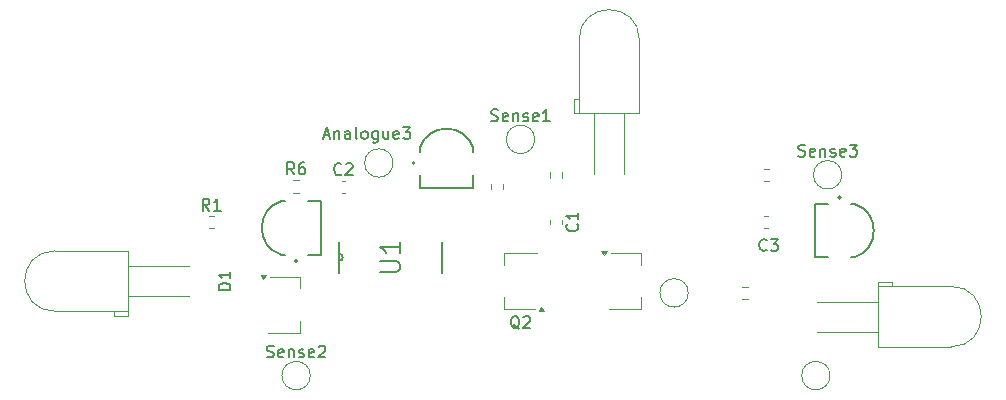
<source format=gbr>
%TF.GenerationSoftware,KiCad,Pcbnew,8.0.1*%
%TF.CreationDate,2024-03-24T23:20:45+02:00*%
%TF.ProjectId,_autosave-_autosave-Assignment 2,5f617574-6f73-4617-9665-2d5f6175746f,rev?*%
%TF.SameCoordinates,Original*%
%TF.FileFunction,Legend,Top*%
%TF.FilePolarity,Positive*%
%FSLAX46Y46*%
G04 Gerber Fmt 4.6, Leading zero omitted, Abs format (unit mm)*
G04 Created by KiCad (PCBNEW 8.0.1) date 2024-03-24 23:20:45*
%MOMM*%
%LPD*%
G01*
G04 APERTURE LIST*
%ADD10C,0.150000*%
%ADD11C,0.127000*%
%ADD12C,0.200000*%
%ADD13C,0.120000*%
%ADD14C,0.152400*%
G04 APERTURE END LIST*
D10*
X120523809Y-124409200D02*
X120666666Y-124456819D01*
X120666666Y-124456819D02*
X120904761Y-124456819D01*
X120904761Y-124456819D02*
X120999999Y-124409200D01*
X120999999Y-124409200D02*
X121047618Y-124361580D01*
X121047618Y-124361580D02*
X121095237Y-124266342D01*
X121095237Y-124266342D02*
X121095237Y-124171104D01*
X121095237Y-124171104D02*
X121047618Y-124075866D01*
X121047618Y-124075866D02*
X120999999Y-124028247D01*
X120999999Y-124028247D02*
X120904761Y-123980628D01*
X120904761Y-123980628D02*
X120714285Y-123933009D01*
X120714285Y-123933009D02*
X120619047Y-123885390D01*
X120619047Y-123885390D02*
X120571428Y-123837771D01*
X120571428Y-123837771D02*
X120523809Y-123742533D01*
X120523809Y-123742533D02*
X120523809Y-123647295D01*
X120523809Y-123647295D02*
X120571428Y-123552057D01*
X120571428Y-123552057D02*
X120619047Y-123504438D01*
X120619047Y-123504438D02*
X120714285Y-123456819D01*
X120714285Y-123456819D02*
X120952380Y-123456819D01*
X120952380Y-123456819D02*
X121095237Y-123504438D01*
X121904761Y-124409200D02*
X121809523Y-124456819D01*
X121809523Y-124456819D02*
X121619047Y-124456819D01*
X121619047Y-124456819D02*
X121523809Y-124409200D01*
X121523809Y-124409200D02*
X121476190Y-124313961D01*
X121476190Y-124313961D02*
X121476190Y-123933009D01*
X121476190Y-123933009D02*
X121523809Y-123837771D01*
X121523809Y-123837771D02*
X121619047Y-123790152D01*
X121619047Y-123790152D02*
X121809523Y-123790152D01*
X121809523Y-123790152D02*
X121904761Y-123837771D01*
X121904761Y-123837771D02*
X121952380Y-123933009D01*
X121952380Y-123933009D02*
X121952380Y-124028247D01*
X121952380Y-124028247D02*
X121476190Y-124123485D01*
X122380952Y-123790152D02*
X122380952Y-124456819D01*
X122380952Y-123885390D02*
X122428571Y-123837771D01*
X122428571Y-123837771D02*
X122523809Y-123790152D01*
X122523809Y-123790152D02*
X122666666Y-123790152D01*
X122666666Y-123790152D02*
X122761904Y-123837771D01*
X122761904Y-123837771D02*
X122809523Y-123933009D01*
X122809523Y-123933009D02*
X122809523Y-124456819D01*
X123238095Y-124409200D02*
X123333333Y-124456819D01*
X123333333Y-124456819D02*
X123523809Y-124456819D01*
X123523809Y-124456819D02*
X123619047Y-124409200D01*
X123619047Y-124409200D02*
X123666666Y-124313961D01*
X123666666Y-124313961D02*
X123666666Y-124266342D01*
X123666666Y-124266342D02*
X123619047Y-124171104D01*
X123619047Y-124171104D02*
X123523809Y-124123485D01*
X123523809Y-124123485D02*
X123380952Y-124123485D01*
X123380952Y-124123485D02*
X123285714Y-124075866D01*
X123285714Y-124075866D02*
X123238095Y-123980628D01*
X123238095Y-123980628D02*
X123238095Y-123933009D01*
X123238095Y-123933009D02*
X123285714Y-123837771D01*
X123285714Y-123837771D02*
X123380952Y-123790152D01*
X123380952Y-123790152D02*
X123523809Y-123790152D01*
X123523809Y-123790152D02*
X123619047Y-123837771D01*
X124476190Y-124409200D02*
X124380952Y-124456819D01*
X124380952Y-124456819D02*
X124190476Y-124456819D01*
X124190476Y-124456819D02*
X124095238Y-124409200D01*
X124095238Y-124409200D02*
X124047619Y-124313961D01*
X124047619Y-124313961D02*
X124047619Y-123933009D01*
X124047619Y-123933009D02*
X124095238Y-123837771D01*
X124095238Y-123837771D02*
X124190476Y-123790152D01*
X124190476Y-123790152D02*
X124380952Y-123790152D01*
X124380952Y-123790152D02*
X124476190Y-123837771D01*
X124476190Y-123837771D02*
X124523809Y-123933009D01*
X124523809Y-123933009D02*
X124523809Y-124028247D01*
X124523809Y-124028247D02*
X124047619Y-124123485D01*
X124904762Y-123552057D02*
X124952381Y-123504438D01*
X124952381Y-123504438D02*
X125047619Y-123456819D01*
X125047619Y-123456819D02*
X125285714Y-123456819D01*
X125285714Y-123456819D02*
X125380952Y-123504438D01*
X125380952Y-123504438D02*
X125428571Y-123552057D01*
X125428571Y-123552057D02*
X125476190Y-123647295D01*
X125476190Y-123647295D02*
X125476190Y-123742533D01*
X125476190Y-123742533D02*
X125428571Y-123885390D01*
X125428571Y-123885390D02*
X124857143Y-124456819D01*
X124857143Y-124456819D02*
X125476190Y-124456819D01*
X126833333Y-108929580D02*
X126785714Y-108977200D01*
X126785714Y-108977200D02*
X126642857Y-109024819D01*
X126642857Y-109024819D02*
X126547619Y-109024819D01*
X126547619Y-109024819D02*
X126404762Y-108977200D01*
X126404762Y-108977200D02*
X126309524Y-108881961D01*
X126309524Y-108881961D02*
X126261905Y-108786723D01*
X126261905Y-108786723D02*
X126214286Y-108596247D01*
X126214286Y-108596247D02*
X126214286Y-108453390D01*
X126214286Y-108453390D02*
X126261905Y-108262914D01*
X126261905Y-108262914D02*
X126309524Y-108167676D01*
X126309524Y-108167676D02*
X126404762Y-108072438D01*
X126404762Y-108072438D02*
X126547619Y-108024819D01*
X126547619Y-108024819D02*
X126642857Y-108024819D01*
X126642857Y-108024819D02*
X126785714Y-108072438D01*
X126785714Y-108072438D02*
X126833333Y-108120057D01*
X127214286Y-108120057D02*
X127261905Y-108072438D01*
X127261905Y-108072438D02*
X127357143Y-108024819D01*
X127357143Y-108024819D02*
X127595238Y-108024819D01*
X127595238Y-108024819D02*
X127690476Y-108072438D01*
X127690476Y-108072438D02*
X127738095Y-108120057D01*
X127738095Y-108120057D02*
X127785714Y-108215295D01*
X127785714Y-108215295D02*
X127785714Y-108310533D01*
X127785714Y-108310533D02*
X127738095Y-108453390D01*
X127738095Y-108453390D02*
X127166667Y-109024819D01*
X127166667Y-109024819D02*
X127785714Y-109024819D01*
X139523809Y-104409200D02*
X139666666Y-104456819D01*
X139666666Y-104456819D02*
X139904761Y-104456819D01*
X139904761Y-104456819D02*
X139999999Y-104409200D01*
X139999999Y-104409200D02*
X140047618Y-104361580D01*
X140047618Y-104361580D02*
X140095237Y-104266342D01*
X140095237Y-104266342D02*
X140095237Y-104171104D01*
X140095237Y-104171104D02*
X140047618Y-104075866D01*
X140047618Y-104075866D02*
X139999999Y-104028247D01*
X139999999Y-104028247D02*
X139904761Y-103980628D01*
X139904761Y-103980628D02*
X139714285Y-103933009D01*
X139714285Y-103933009D02*
X139619047Y-103885390D01*
X139619047Y-103885390D02*
X139571428Y-103837771D01*
X139571428Y-103837771D02*
X139523809Y-103742533D01*
X139523809Y-103742533D02*
X139523809Y-103647295D01*
X139523809Y-103647295D02*
X139571428Y-103552057D01*
X139571428Y-103552057D02*
X139619047Y-103504438D01*
X139619047Y-103504438D02*
X139714285Y-103456819D01*
X139714285Y-103456819D02*
X139952380Y-103456819D01*
X139952380Y-103456819D02*
X140095237Y-103504438D01*
X140904761Y-104409200D02*
X140809523Y-104456819D01*
X140809523Y-104456819D02*
X140619047Y-104456819D01*
X140619047Y-104456819D02*
X140523809Y-104409200D01*
X140523809Y-104409200D02*
X140476190Y-104313961D01*
X140476190Y-104313961D02*
X140476190Y-103933009D01*
X140476190Y-103933009D02*
X140523809Y-103837771D01*
X140523809Y-103837771D02*
X140619047Y-103790152D01*
X140619047Y-103790152D02*
X140809523Y-103790152D01*
X140809523Y-103790152D02*
X140904761Y-103837771D01*
X140904761Y-103837771D02*
X140952380Y-103933009D01*
X140952380Y-103933009D02*
X140952380Y-104028247D01*
X140952380Y-104028247D02*
X140476190Y-104123485D01*
X141380952Y-103790152D02*
X141380952Y-104456819D01*
X141380952Y-103885390D02*
X141428571Y-103837771D01*
X141428571Y-103837771D02*
X141523809Y-103790152D01*
X141523809Y-103790152D02*
X141666666Y-103790152D01*
X141666666Y-103790152D02*
X141761904Y-103837771D01*
X141761904Y-103837771D02*
X141809523Y-103933009D01*
X141809523Y-103933009D02*
X141809523Y-104456819D01*
X142238095Y-104409200D02*
X142333333Y-104456819D01*
X142333333Y-104456819D02*
X142523809Y-104456819D01*
X142523809Y-104456819D02*
X142619047Y-104409200D01*
X142619047Y-104409200D02*
X142666666Y-104313961D01*
X142666666Y-104313961D02*
X142666666Y-104266342D01*
X142666666Y-104266342D02*
X142619047Y-104171104D01*
X142619047Y-104171104D02*
X142523809Y-104123485D01*
X142523809Y-104123485D02*
X142380952Y-104123485D01*
X142380952Y-104123485D02*
X142285714Y-104075866D01*
X142285714Y-104075866D02*
X142238095Y-103980628D01*
X142238095Y-103980628D02*
X142238095Y-103933009D01*
X142238095Y-103933009D02*
X142285714Y-103837771D01*
X142285714Y-103837771D02*
X142380952Y-103790152D01*
X142380952Y-103790152D02*
X142523809Y-103790152D01*
X142523809Y-103790152D02*
X142619047Y-103837771D01*
X143476190Y-104409200D02*
X143380952Y-104456819D01*
X143380952Y-104456819D02*
X143190476Y-104456819D01*
X143190476Y-104456819D02*
X143095238Y-104409200D01*
X143095238Y-104409200D02*
X143047619Y-104313961D01*
X143047619Y-104313961D02*
X143047619Y-103933009D01*
X143047619Y-103933009D02*
X143095238Y-103837771D01*
X143095238Y-103837771D02*
X143190476Y-103790152D01*
X143190476Y-103790152D02*
X143380952Y-103790152D01*
X143380952Y-103790152D02*
X143476190Y-103837771D01*
X143476190Y-103837771D02*
X143523809Y-103933009D01*
X143523809Y-103933009D02*
X143523809Y-104028247D01*
X143523809Y-104028247D02*
X143047619Y-104123485D01*
X144476190Y-104456819D02*
X143904762Y-104456819D01*
X144190476Y-104456819D02*
X144190476Y-103456819D01*
X144190476Y-103456819D02*
X144095238Y-103599676D01*
X144095238Y-103599676D02*
X144000000Y-103694914D01*
X144000000Y-103694914D02*
X143904762Y-103742533D01*
X117439819Y-118733094D02*
X116439819Y-118733094D01*
X116439819Y-118733094D02*
X116439819Y-118494999D01*
X116439819Y-118494999D02*
X116487438Y-118352142D01*
X116487438Y-118352142D02*
X116582676Y-118256904D01*
X116582676Y-118256904D02*
X116677914Y-118209285D01*
X116677914Y-118209285D02*
X116868390Y-118161666D01*
X116868390Y-118161666D02*
X117011247Y-118161666D01*
X117011247Y-118161666D02*
X117201723Y-118209285D01*
X117201723Y-118209285D02*
X117296961Y-118256904D01*
X117296961Y-118256904D02*
X117392200Y-118352142D01*
X117392200Y-118352142D02*
X117439819Y-118494999D01*
X117439819Y-118494999D02*
X117439819Y-118733094D01*
X117439819Y-117209285D02*
X117439819Y-117780713D01*
X117439819Y-117494999D02*
X116439819Y-117494999D01*
X116439819Y-117494999D02*
X116582676Y-117590237D01*
X116582676Y-117590237D02*
X116677914Y-117685475D01*
X116677914Y-117685475D02*
X116725533Y-117780713D01*
X165523809Y-107409200D02*
X165666666Y-107456819D01*
X165666666Y-107456819D02*
X165904761Y-107456819D01*
X165904761Y-107456819D02*
X165999999Y-107409200D01*
X165999999Y-107409200D02*
X166047618Y-107361580D01*
X166047618Y-107361580D02*
X166095237Y-107266342D01*
X166095237Y-107266342D02*
X166095237Y-107171104D01*
X166095237Y-107171104D02*
X166047618Y-107075866D01*
X166047618Y-107075866D02*
X165999999Y-107028247D01*
X165999999Y-107028247D02*
X165904761Y-106980628D01*
X165904761Y-106980628D02*
X165714285Y-106933009D01*
X165714285Y-106933009D02*
X165619047Y-106885390D01*
X165619047Y-106885390D02*
X165571428Y-106837771D01*
X165571428Y-106837771D02*
X165523809Y-106742533D01*
X165523809Y-106742533D02*
X165523809Y-106647295D01*
X165523809Y-106647295D02*
X165571428Y-106552057D01*
X165571428Y-106552057D02*
X165619047Y-106504438D01*
X165619047Y-106504438D02*
X165714285Y-106456819D01*
X165714285Y-106456819D02*
X165952380Y-106456819D01*
X165952380Y-106456819D02*
X166095237Y-106504438D01*
X166904761Y-107409200D02*
X166809523Y-107456819D01*
X166809523Y-107456819D02*
X166619047Y-107456819D01*
X166619047Y-107456819D02*
X166523809Y-107409200D01*
X166523809Y-107409200D02*
X166476190Y-107313961D01*
X166476190Y-107313961D02*
X166476190Y-106933009D01*
X166476190Y-106933009D02*
X166523809Y-106837771D01*
X166523809Y-106837771D02*
X166619047Y-106790152D01*
X166619047Y-106790152D02*
X166809523Y-106790152D01*
X166809523Y-106790152D02*
X166904761Y-106837771D01*
X166904761Y-106837771D02*
X166952380Y-106933009D01*
X166952380Y-106933009D02*
X166952380Y-107028247D01*
X166952380Y-107028247D02*
X166476190Y-107123485D01*
X167380952Y-106790152D02*
X167380952Y-107456819D01*
X167380952Y-106885390D02*
X167428571Y-106837771D01*
X167428571Y-106837771D02*
X167523809Y-106790152D01*
X167523809Y-106790152D02*
X167666666Y-106790152D01*
X167666666Y-106790152D02*
X167761904Y-106837771D01*
X167761904Y-106837771D02*
X167809523Y-106933009D01*
X167809523Y-106933009D02*
X167809523Y-107456819D01*
X168238095Y-107409200D02*
X168333333Y-107456819D01*
X168333333Y-107456819D02*
X168523809Y-107456819D01*
X168523809Y-107456819D02*
X168619047Y-107409200D01*
X168619047Y-107409200D02*
X168666666Y-107313961D01*
X168666666Y-107313961D02*
X168666666Y-107266342D01*
X168666666Y-107266342D02*
X168619047Y-107171104D01*
X168619047Y-107171104D02*
X168523809Y-107123485D01*
X168523809Y-107123485D02*
X168380952Y-107123485D01*
X168380952Y-107123485D02*
X168285714Y-107075866D01*
X168285714Y-107075866D02*
X168238095Y-106980628D01*
X168238095Y-106980628D02*
X168238095Y-106933009D01*
X168238095Y-106933009D02*
X168285714Y-106837771D01*
X168285714Y-106837771D02*
X168380952Y-106790152D01*
X168380952Y-106790152D02*
X168523809Y-106790152D01*
X168523809Y-106790152D02*
X168619047Y-106837771D01*
X169476190Y-107409200D02*
X169380952Y-107456819D01*
X169380952Y-107456819D02*
X169190476Y-107456819D01*
X169190476Y-107456819D02*
X169095238Y-107409200D01*
X169095238Y-107409200D02*
X169047619Y-107313961D01*
X169047619Y-107313961D02*
X169047619Y-106933009D01*
X169047619Y-106933009D02*
X169095238Y-106837771D01*
X169095238Y-106837771D02*
X169190476Y-106790152D01*
X169190476Y-106790152D02*
X169380952Y-106790152D01*
X169380952Y-106790152D02*
X169476190Y-106837771D01*
X169476190Y-106837771D02*
X169523809Y-106933009D01*
X169523809Y-106933009D02*
X169523809Y-107028247D01*
X169523809Y-107028247D02*
X169047619Y-107123485D01*
X169857143Y-106456819D02*
X170476190Y-106456819D01*
X170476190Y-106456819D02*
X170142857Y-106837771D01*
X170142857Y-106837771D02*
X170285714Y-106837771D01*
X170285714Y-106837771D02*
X170380952Y-106885390D01*
X170380952Y-106885390D02*
X170428571Y-106933009D01*
X170428571Y-106933009D02*
X170476190Y-107028247D01*
X170476190Y-107028247D02*
X170476190Y-107266342D01*
X170476190Y-107266342D02*
X170428571Y-107361580D01*
X170428571Y-107361580D02*
X170380952Y-107409200D01*
X170380952Y-107409200D02*
X170285714Y-107456819D01*
X170285714Y-107456819D02*
X170000000Y-107456819D01*
X170000000Y-107456819D02*
X169904762Y-107409200D01*
X169904762Y-107409200D02*
X169857143Y-107361580D01*
X162833333Y-115359580D02*
X162785714Y-115407200D01*
X162785714Y-115407200D02*
X162642857Y-115454819D01*
X162642857Y-115454819D02*
X162547619Y-115454819D01*
X162547619Y-115454819D02*
X162404762Y-115407200D01*
X162404762Y-115407200D02*
X162309524Y-115311961D01*
X162309524Y-115311961D02*
X162261905Y-115216723D01*
X162261905Y-115216723D02*
X162214286Y-115026247D01*
X162214286Y-115026247D02*
X162214286Y-114883390D01*
X162214286Y-114883390D02*
X162261905Y-114692914D01*
X162261905Y-114692914D02*
X162309524Y-114597676D01*
X162309524Y-114597676D02*
X162404762Y-114502438D01*
X162404762Y-114502438D02*
X162547619Y-114454819D01*
X162547619Y-114454819D02*
X162642857Y-114454819D01*
X162642857Y-114454819D02*
X162785714Y-114502438D01*
X162785714Y-114502438D02*
X162833333Y-114550057D01*
X163166667Y-114454819D02*
X163785714Y-114454819D01*
X163785714Y-114454819D02*
X163452381Y-114835771D01*
X163452381Y-114835771D02*
X163595238Y-114835771D01*
X163595238Y-114835771D02*
X163690476Y-114883390D01*
X163690476Y-114883390D02*
X163738095Y-114931009D01*
X163738095Y-114931009D02*
X163785714Y-115026247D01*
X163785714Y-115026247D02*
X163785714Y-115264342D01*
X163785714Y-115264342D02*
X163738095Y-115359580D01*
X163738095Y-115359580D02*
X163690476Y-115407200D01*
X163690476Y-115407200D02*
X163595238Y-115454819D01*
X163595238Y-115454819D02*
X163309524Y-115454819D01*
X163309524Y-115454819D02*
X163214286Y-115407200D01*
X163214286Y-115407200D02*
X163166667Y-115359580D01*
X122833333Y-108954819D02*
X122500000Y-108478628D01*
X122261905Y-108954819D02*
X122261905Y-107954819D01*
X122261905Y-107954819D02*
X122642857Y-107954819D01*
X122642857Y-107954819D02*
X122738095Y-108002438D01*
X122738095Y-108002438D02*
X122785714Y-108050057D01*
X122785714Y-108050057D02*
X122833333Y-108145295D01*
X122833333Y-108145295D02*
X122833333Y-108288152D01*
X122833333Y-108288152D02*
X122785714Y-108383390D01*
X122785714Y-108383390D02*
X122738095Y-108431009D01*
X122738095Y-108431009D02*
X122642857Y-108478628D01*
X122642857Y-108478628D02*
X122261905Y-108478628D01*
X123690476Y-107954819D02*
X123500000Y-107954819D01*
X123500000Y-107954819D02*
X123404762Y-108002438D01*
X123404762Y-108002438D02*
X123357143Y-108050057D01*
X123357143Y-108050057D02*
X123261905Y-108192914D01*
X123261905Y-108192914D02*
X123214286Y-108383390D01*
X123214286Y-108383390D02*
X123214286Y-108764342D01*
X123214286Y-108764342D02*
X123261905Y-108859580D01*
X123261905Y-108859580D02*
X123309524Y-108907200D01*
X123309524Y-108907200D02*
X123404762Y-108954819D01*
X123404762Y-108954819D02*
X123595238Y-108954819D01*
X123595238Y-108954819D02*
X123690476Y-108907200D01*
X123690476Y-108907200D02*
X123738095Y-108859580D01*
X123738095Y-108859580D02*
X123785714Y-108764342D01*
X123785714Y-108764342D02*
X123785714Y-108526247D01*
X123785714Y-108526247D02*
X123738095Y-108431009D01*
X123738095Y-108431009D02*
X123690476Y-108383390D01*
X123690476Y-108383390D02*
X123595238Y-108335771D01*
X123595238Y-108335771D02*
X123404762Y-108335771D01*
X123404762Y-108335771D02*
X123309524Y-108383390D01*
X123309524Y-108383390D02*
X123261905Y-108431009D01*
X123261905Y-108431009D02*
X123214286Y-108526247D01*
X146789580Y-113166666D02*
X146837200Y-113214285D01*
X146837200Y-113214285D02*
X146884819Y-113357142D01*
X146884819Y-113357142D02*
X146884819Y-113452380D01*
X146884819Y-113452380D02*
X146837200Y-113595237D01*
X146837200Y-113595237D02*
X146741961Y-113690475D01*
X146741961Y-113690475D02*
X146646723Y-113738094D01*
X146646723Y-113738094D02*
X146456247Y-113785713D01*
X146456247Y-113785713D02*
X146313390Y-113785713D01*
X146313390Y-113785713D02*
X146122914Y-113738094D01*
X146122914Y-113738094D02*
X146027676Y-113690475D01*
X146027676Y-113690475D02*
X145932438Y-113595237D01*
X145932438Y-113595237D02*
X145884819Y-113452380D01*
X145884819Y-113452380D02*
X145884819Y-113357142D01*
X145884819Y-113357142D02*
X145932438Y-113214285D01*
X145932438Y-113214285D02*
X145980057Y-113166666D01*
X146884819Y-112214285D02*
X146884819Y-112785713D01*
X146884819Y-112499999D02*
X145884819Y-112499999D01*
X145884819Y-112499999D02*
X146027676Y-112595237D01*
X146027676Y-112595237D02*
X146122914Y-112690475D01*
X146122914Y-112690475D02*
X146170533Y-112785713D01*
X125333333Y-105669104D02*
X125809523Y-105669104D01*
X125238095Y-105954819D02*
X125571428Y-104954819D01*
X125571428Y-104954819D02*
X125904761Y-105954819D01*
X126238095Y-105288152D02*
X126238095Y-105954819D01*
X126238095Y-105383390D02*
X126285714Y-105335771D01*
X126285714Y-105335771D02*
X126380952Y-105288152D01*
X126380952Y-105288152D02*
X126523809Y-105288152D01*
X126523809Y-105288152D02*
X126619047Y-105335771D01*
X126619047Y-105335771D02*
X126666666Y-105431009D01*
X126666666Y-105431009D02*
X126666666Y-105954819D01*
X127571428Y-105954819D02*
X127571428Y-105431009D01*
X127571428Y-105431009D02*
X127523809Y-105335771D01*
X127523809Y-105335771D02*
X127428571Y-105288152D01*
X127428571Y-105288152D02*
X127238095Y-105288152D01*
X127238095Y-105288152D02*
X127142857Y-105335771D01*
X127571428Y-105907200D02*
X127476190Y-105954819D01*
X127476190Y-105954819D02*
X127238095Y-105954819D01*
X127238095Y-105954819D02*
X127142857Y-105907200D01*
X127142857Y-105907200D02*
X127095238Y-105811961D01*
X127095238Y-105811961D02*
X127095238Y-105716723D01*
X127095238Y-105716723D02*
X127142857Y-105621485D01*
X127142857Y-105621485D02*
X127238095Y-105573866D01*
X127238095Y-105573866D02*
X127476190Y-105573866D01*
X127476190Y-105573866D02*
X127571428Y-105526247D01*
X128190476Y-105954819D02*
X128095238Y-105907200D01*
X128095238Y-105907200D02*
X128047619Y-105811961D01*
X128047619Y-105811961D02*
X128047619Y-104954819D01*
X128714286Y-105954819D02*
X128619048Y-105907200D01*
X128619048Y-105907200D02*
X128571429Y-105859580D01*
X128571429Y-105859580D02*
X128523810Y-105764342D01*
X128523810Y-105764342D02*
X128523810Y-105478628D01*
X128523810Y-105478628D02*
X128571429Y-105383390D01*
X128571429Y-105383390D02*
X128619048Y-105335771D01*
X128619048Y-105335771D02*
X128714286Y-105288152D01*
X128714286Y-105288152D02*
X128857143Y-105288152D01*
X128857143Y-105288152D02*
X128952381Y-105335771D01*
X128952381Y-105335771D02*
X129000000Y-105383390D01*
X129000000Y-105383390D02*
X129047619Y-105478628D01*
X129047619Y-105478628D02*
X129047619Y-105764342D01*
X129047619Y-105764342D02*
X129000000Y-105859580D01*
X129000000Y-105859580D02*
X128952381Y-105907200D01*
X128952381Y-105907200D02*
X128857143Y-105954819D01*
X128857143Y-105954819D02*
X128714286Y-105954819D01*
X129904762Y-105288152D02*
X129904762Y-106097676D01*
X129904762Y-106097676D02*
X129857143Y-106192914D01*
X129857143Y-106192914D02*
X129809524Y-106240533D01*
X129809524Y-106240533D02*
X129714286Y-106288152D01*
X129714286Y-106288152D02*
X129571429Y-106288152D01*
X129571429Y-106288152D02*
X129476191Y-106240533D01*
X129904762Y-105907200D02*
X129809524Y-105954819D01*
X129809524Y-105954819D02*
X129619048Y-105954819D01*
X129619048Y-105954819D02*
X129523810Y-105907200D01*
X129523810Y-105907200D02*
X129476191Y-105859580D01*
X129476191Y-105859580D02*
X129428572Y-105764342D01*
X129428572Y-105764342D02*
X129428572Y-105478628D01*
X129428572Y-105478628D02*
X129476191Y-105383390D01*
X129476191Y-105383390D02*
X129523810Y-105335771D01*
X129523810Y-105335771D02*
X129619048Y-105288152D01*
X129619048Y-105288152D02*
X129809524Y-105288152D01*
X129809524Y-105288152D02*
X129904762Y-105335771D01*
X130809524Y-105288152D02*
X130809524Y-105954819D01*
X130380953Y-105288152D02*
X130380953Y-105811961D01*
X130380953Y-105811961D02*
X130428572Y-105907200D01*
X130428572Y-105907200D02*
X130523810Y-105954819D01*
X130523810Y-105954819D02*
X130666667Y-105954819D01*
X130666667Y-105954819D02*
X130761905Y-105907200D01*
X130761905Y-105907200D02*
X130809524Y-105859580D01*
X131666667Y-105907200D02*
X131571429Y-105954819D01*
X131571429Y-105954819D02*
X131380953Y-105954819D01*
X131380953Y-105954819D02*
X131285715Y-105907200D01*
X131285715Y-105907200D02*
X131238096Y-105811961D01*
X131238096Y-105811961D02*
X131238096Y-105431009D01*
X131238096Y-105431009D02*
X131285715Y-105335771D01*
X131285715Y-105335771D02*
X131380953Y-105288152D01*
X131380953Y-105288152D02*
X131571429Y-105288152D01*
X131571429Y-105288152D02*
X131666667Y-105335771D01*
X131666667Y-105335771D02*
X131714286Y-105431009D01*
X131714286Y-105431009D02*
X131714286Y-105526247D01*
X131714286Y-105526247D02*
X131238096Y-105621485D01*
X132047620Y-104954819D02*
X132666667Y-104954819D01*
X132666667Y-104954819D02*
X132333334Y-105335771D01*
X132333334Y-105335771D02*
X132476191Y-105335771D01*
X132476191Y-105335771D02*
X132571429Y-105383390D01*
X132571429Y-105383390D02*
X132619048Y-105431009D01*
X132619048Y-105431009D02*
X132666667Y-105526247D01*
X132666667Y-105526247D02*
X132666667Y-105764342D01*
X132666667Y-105764342D02*
X132619048Y-105859580D01*
X132619048Y-105859580D02*
X132571429Y-105907200D01*
X132571429Y-105907200D02*
X132476191Y-105954819D01*
X132476191Y-105954819D02*
X132190477Y-105954819D01*
X132190477Y-105954819D02*
X132095239Y-105907200D01*
X132095239Y-105907200D02*
X132047620Y-105859580D01*
X141904761Y-122050057D02*
X141809523Y-122002438D01*
X141809523Y-122002438D02*
X141714285Y-121907200D01*
X141714285Y-121907200D02*
X141571428Y-121764342D01*
X141571428Y-121764342D02*
X141476190Y-121716723D01*
X141476190Y-121716723D02*
X141380952Y-121716723D01*
X141428571Y-121954819D02*
X141333333Y-121907200D01*
X141333333Y-121907200D02*
X141238095Y-121811961D01*
X141238095Y-121811961D02*
X141190476Y-121621485D01*
X141190476Y-121621485D02*
X141190476Y-121288152D01*
X141190476Y-121288152D02*
X141238095Y-121097676D01*
X141238095Y-121097676D02*
X141333333Y-121002438D01*
X141333333Y-121002438D02*
X141428571Y-120954819D01*
X141428571Y-120954819D02*
X141619047Y-120954819D01*
X141619047Y-120954819D02*
X141714285Y-121002438D01*
X141714285Y-121002438D02*
X141809523Y-121097676D01*
X141809523Y-121097676D02*
X141857142Y-121288152D01*
X141857142Y-121288152D02*
X141857142Y-121621485D01*
X141857142Y-121621485D02*
X141809523Y-121811961D01*
X141809523Y-121811961D02*
X141714285Y-121907200D01*
X141714285Y-121907200D02*
X141619047Y-121954819D01*
X141619047Y-121954819D02*
X141428571Y-121954819D01*
X142238095Y-121050057D02*
X142285714Y-121002438D01*
X142285714Y-121002438D02*
X142380952Y-120954819D01*
X142380952Y-120954819D02*
X142619047Y-120954819D01*
X142619047Y-120954819D02*
X142714285Y-121002438D01*
X142714285Y-121002438D02*
X142761904Y-121050057D01*
X142761904Y-121050057D02*
X142809523Y-121145295D01*
X142809523Y-121145295D02*
X142809523Y-121240533D01*
X142809523Y-121240533D02*
X142761904Y-121383390D01*
X142761904Y-121383390D02*
X142190476Y-121954819D01*
X142190476Y-121954819D02*
X142809523Y-121954819D01*
X130110024Y-117250759D02*
X131438956Y-117250759D01*
X131438956Y-117250759D02*
X131595301Y-117172587D01*
X131595301Y-117172587D02*
X131673474Y-117094414D01*
X131673474Y-117094414D02*
X131751646Y-116938069D01*
X131751646Y-116938069D02*
X131751646Y-116625379D01*
X131751646Y-116625379D02*
X131673474Y-116469034D01*
X131673474Y-116469034D02*
X131595301Y-116390862D01*
X131595301Y-116390862D02*
X131438956Y-116312689D01*
X131438956Y-116312689D02*
X130110024Y-116312689D01*
X131751646Y-114671068D02*
X131751646Y-115609138D01*
X131751646Y-115140103D02*
X130110024Y-115140103D01*
X130110024Y-115140103D02*
X130344541Y-115296448D01*
X130344541Y-115296448D02*
X130500886Y-115452793D01*
X130500886Y-115452793D02*
X130579059Y-115609138D01*
X115658333Y-112024819D02*
X115325000Y-111548628D01*
X115086905Y-112024819D02*
X115086905Y-111024819D01*
X115086905Y-111024819D02*
X115467857Y-111024819D01*
X115467857Y-111024819D02*
X115563095Y-111072438D01*
X115563095Y-111072438D02*
X115610714Y-111120057D01*
X115610714Y-111120057D02*
X115658333Y-111215295D01*
X115658333Y-111215295D02*
X115658333Y-111358152D01*
X115658333Y-111358152D02*
X115610714Y-111453390D01*
X115610714Y-111453390D02*
X115563095Y-111501009D01*
X115563095Y-111501009D02*
X115467857Y-111548628D01*
X115467857Y-111548628D02*
X115086905Y-111548628D01*
X116610714Y-112024819D02*
X116039286Y-112024819D01*
X116325000Y-112024819D02*
X116325000Y-111024819D01*
X116325000Y-111024819D02*
X116229762Y-111167676D01*
X116229762Y-111167676D02*
X116134524Y-111262914D01*
X116134524Y-111262914D02*
X116039286Y-111310533D01*
D11*
%TO.C,D2*%
X121700000Y-115750000D02*
X122060000Y-115750000D01*
X122060000Y-111250000D02*
X121700000Y-111250000D01*
X124005000Y-115750000D02*
X125100000Y-115750000D01*
X125100000Y-111250000D02*
X124005000Y-111250000D01*
X125100000Y-115750000D02*
X125100000Y-111250000D01*
X120100001Y-113500000D02*
G75*
G02*
X121700000Y-111250000I2266130J82419D01*
G01*
X121700000Y-115750000D02*
G75*
G02*
X120100001Y-113500000I666128J2167579D01*
G01*
D12*
X123100000Y-116300000D02*
G75*
G02*
X122900000Y-116300000I-100000J0D01*
G01*
X122900000Y-116300000D02*
G75*
G02*
X123100000Y-116300000I100000J0D01*
G01*
D13*
%TO.C,Sense2*%
X124200000Y-126000000D02*
G75*
G02*
X121800000Y-126000000I-1200000J0D01*
G01*
X121800000Y-126000000D02*
G75*
G02*
X124200000Y-126000000I1200000J0D01*
G01*
%TO.C,Analogue1*%
X168200000Y-126000000D02*
G75*
G02*
X165800000Y-126000000I-1200000J0D01*
G01*
X165800000Y-126000000D02*
G75*
G02*
X168200000Y-126000000I1200000J0D01*
G01*
%TO.C,C2*%
X126859420Y-109490000D02*
X127140580Y-109490000D01*
X126859420Y-110510000D02*
X127140580Y-110510000D01*
%TO.C,Sense1*%
X143200000Y-106000000D02*
G75*
G02*
X140800000Y-106000000I-1200000J0D01*
G01*
X140800000Y-106000000D02*
G75*
G02*
X143200000Y-106000000I1200000J0D01*
G01*
%TO.C,D1*%
X107615000Y-120555000D02*
X108735000Y-120555000D01*
X107615000Y-120955000D02*
X107615000Y-120555000D01*
X108735000Y-115435000D02*
X102575000Y-115435000D01*
X108735000Y-115435000D02*
X108735000Y-120555000D01*
X108735000Y-116725000D02*
X108735000Y-116725000D01*
X108735000Y-116725000D02*
X113945000Y-116725000D01*
X108735000Y-119265000D02*
X108735000Y-119265000D01*
X108735000Y-119265000D02*
X113945000Y-119265000D01*
X108735000Y-120555000D02*
X102575000Y-120555000D01*
X108735000Y-120555000D02*
X108735000Y-120955000D01*
X108735000Y-120955000D02*
X107615000Y-120955000D01*
X113945000Y-116725000D02*
X108735000Y-116725000D01*
X113945000Y-116725000D02*
X113945000Y-116725000D01*
X113945000Y-119265000D02*
X108735000Y-119265000D01*
X113945000Y-119265000D02*
X113945000Y-119265000D01*
X102575000Y-120555000D02*
G75*
G02*
X102575000Y-115435000I0J2560000D01*
G01*
%TO.C,Sense3*%
X169200000Y-109000000D02*
G75*
G02*
X166800000Y-109000000I-1200000J0D01*
G01*
X166800000Y-109000000D02*
G75*
G02*
X169200000Y-109000000I1200000J0D01*
G01*
%TO.C,C3*%
X162915580Y-112490000D02*
X162634420Y-112490000D01*
X162915580Y-113510000D02*
X162634420Y-113510000D01*
%TO.C,Q1*%
X120780000Y-117640000D02*
X123360000Y-117640000D01*
X123360000Y-118620000D02*
X123360000Y-117640000D01*
X123360000Y-121380000D02*
X123360000Y-122360000D01*
X123360000Y-122360000D02*
X120640000Y-122360000D01*
X120230000Y-117790000D02*
X119990000Y-117460000D01*
X120470000Y-117460000D01*
X120230000Y-117790000D01*
G36*
X120230000Y-117790000D02*
G01*
X119990000Y-117460000D01*
X120470000Y-117460000D01*
X120230000Y-117790000D01*
G37*
%TO.C,Q3*%
X149642500Y-115640000D02*
X152222500Y-115640000D01*
X152222500Y-116620000D02*
X152222500Y-115640000D01*
X152222500Y-119380000D02*
X152222500Y-120360000D01*
X152222500Y-120360000D02*
X149502500Y-120360000D01*
X149092500Y-115790000D02*
X148852500Y-115460000D01*
X149332500Y-115460000D01*
X149092500Y-115790000D01*
G36*
X149092500Y-115790000D02*
G01*
X148852500Y-115460000D01*
X149332500Y-115460000D01*
X149092500Y-115790000D01*
G37*
%TO.C,R2*%
X144477500Y-109237258D02*
X144477500Y-108762742D01*
X145522500Y-109237258D02*
X145522500Y-108762742D01*
%TO.C,R6*%
X123237258Y-109477500D02*
X122762742Y-109477500D01*
X123237258Y-110522500D02*
X122762742Y-110522500D01*
D11*
%TO.C,D4*%
X133480000Y-106700000D02*
X133480000Y-107060000D01*
X133480000Y-109005000D02*
X133480000Y-110100000D01*
X133480000Y-110100000D02*
X137980000Y-110100000D01*
X137980000Y-107060000D02*
X137980000Y-106700000D01*
X137980000Y-110100000D02*
X137980000Y-109005000D01*
X133480000Y-106700000D02*
G75*
G02*
X135730000Y-105100001I2167579J-666128D01*
G01*
X135730000Y-105100001D02*
G75*
G02*
X137980000Y-106700000I82419J-2266130D01*
G01*
D12*
X133030000Y-108000000D02*
G75*
G02*
X132830000Y-108000000I-100000J0D01*
G01*
X132830000Y-108000000D02*
G75*
G02*
X133030000Y-108000000I100000J0D01*
G01*
D13*
%TO.C,R5*%
X139477500Y-109762742D02*
X139477500Y-110237258D01*
X140522500Y-109762742D02*
X140522500Y-110237258D01*
%TO.C,R7*%
X163062258Y-108477500D02*
X162587742Y-108477500D01*
X163062258Y-109522500D02*
X162587742Y-109522500D01*
%TO.C,Analogue2*%
X156200000Y-119000000D02*
G75*
G02*
X153800000Y-119000000I-1200000J0D01*
G01*
X153800000Y-119000000D02*
G75*
G02*
X156200000Y-119000000I1200000J0D01*
G01*
%TO.C,C1*%
X144490000Y-112859420D02*
X144490000Y-113140580D01*
X145510000Y-112859420D02*
X145510000Y-113140580D01*
D11*
%TO.C,D3*%
X166900000Y-111480000D02*
X166900000Y-115980000D01*
X166900000Y-115980000D02*
X167995000Y-115980000D01*
X167995000Y-111480000D02*
X166900000Y-111480000D01*
X169940000Y-115980000D02*
X170300000Y-115980000D01*
X170300000Y-111480000D02*
X169940000Y-111480000D01*
X170300000Y-111480000D02*
G75*
G02*
X171899999Y-113730000I-666128J-2167579D01*
G01*
X171899999Y-113730000D02*
G75*
G02*
X170300000Y-115980000I-2266130J-82419D01*
G01*
D12*
X169100000Y-110930000D02*
G75*
G02*
X168900000Y-110930000I-100000J0D01*
G01*
X168900000Y-110930000D02*
G75*
G02*
X169100000Y-110930000I100000J0D01*
G01*
D13*
%TO.C,Analogue3*%
X131200000Y-108000000D02*
G75*
G02*
X128800000Y-108000000I-1200000J0D01*
G01*
X128800000Y-108000000D02*
G75*
G02*
X131200000Y-108000000I1200000J0D01*
G01*
%TO.C,Q2*%
X140640000Y-115640000D02*
X143360000Y-115640000D01*
X140640000Y-116620000D02*
X140640000Y-115640000D01*
X140640000Y-119380000D02*
X140640000Y-120360000D01*
X143220000Y-120360000D02*
X140640000Y-120360000D01*
X144010000Y-120540000D02*
X143530000Y-120540000D01*
X143770000Y-120210000D01*
X144010000Y-120540000D01*
G36*
X144010000Y-120540000D02*
G01*
X143530000Y-120540000D01*
X143770000Y-120210000D01*
X144010000Y-120540000D01*
G37*
%TO.C,R3*%
X161237258Y-118477500D02*
X160762742Y-118477500D01*
X161237258Y-119522500D02*
X160762742Y-119522500D01*
D14*
%TO.C,U1*%
X126631200Y-114653800D02*
X126631200Y-115695200D01*
X126631200Y-115695200D02*
X126631200Y-116304800D01*
X126631200Y-116304800D02*
X126631200Y-117346200D01*
X135368800Y-117346200D02*
X135368800Y-114653800D01*
X126631200Y-115695200D02*
G75*
G02*
X126631200Y-116304800I0J-304800D01*
G01*
D13*
%TO.C,R1*%
X115587742Y-112477500D02*
X116062258Y-112477500D01*
X115587742Y-113522500D02*
X116062258Y-113522500D01*
%TO.C,D6*%
X167080000Y-122275000D02*
X167080000Y-122275000D01*
X172290000Y-122275000D02*
X167080000Y-122275000D01*
X167080000Y-119735000D02*
X167080000Y-119735000D01*
X172290000Y-119735000D02*
X167080000Y-119735000D01*
X167080000Y-122275000D02*
X172290000Y-122275000D01*
X172290000Y-122275000D02*
X172290000Y-122275000D01*
X167080000Y-119735000D02*
X172290000Y-119735000D01*
X172290000Y-119735000D02*
X172290000Y-119735000D01*
X172290000Y-123565000D02*
X172290000Y-118445000D01*
X173410000Y-118445000D02*
X172290000Y-118445000D01*
X172290000Y-118445000D02*
X172290000Y-118045000D01*
X173410000Y-118045000D02*
X173410000Y-118445000D01*
X172290000Y-118045000D02*
X173410000Y-118045000D01*
X172290000Y-123565000D02*
X178450000Y-123565000D01*
X172290000Y-118445000D02*
X178450000Y-118445000D01*
X178450000Y-118445000D02*
G75*
G02*
X178450000Y-123565000I0J-2560000D01*
G01*
%TO.C,D5*%
X152065000Y-103735000D02*
X152065000Y-97575000D01*
X150775000Y-103735000D02*
X150775000Y-103735000D01*
X150775000Y-108945000D02*
X150775000Y-103735000D01*
X150775000Y-103735000D02*
X150775000Y-108945000D01*
X150775000Y-108945000D02*
X150775000Y-108945000D01*
X148235000Y-103735000D02*
X148235000Y-103735000D01*
X148235000Y-108945000D02*
X148235000Y-103735000D01*
X148235000Y-103735000D02*
X148235000Y-108945000D01*
X148235000Y-108945000D02*
X148235000Y-108945000D01*
X146945000Y-103735000D02*
X146945000Y-97575000D01*
X146545000Y-102615000D02*
X146945000Y-102615000D01*
X152065000Y-103735000D02*
X146945000Y-103735000D01*
X146945000Y-102615000D02*
X146945000Y-103735000D01*
X146545000Y-103735000D02*
X146545000Y-102615000D01*
X146945000Y-103735000D02*
X146545000Y-103735000D01*
X146945000Y-97575000D02*
G75*
G02*
X152065000Y-97575000I2560000J0D01*
G01*
%TD*%
M02*

</source>
